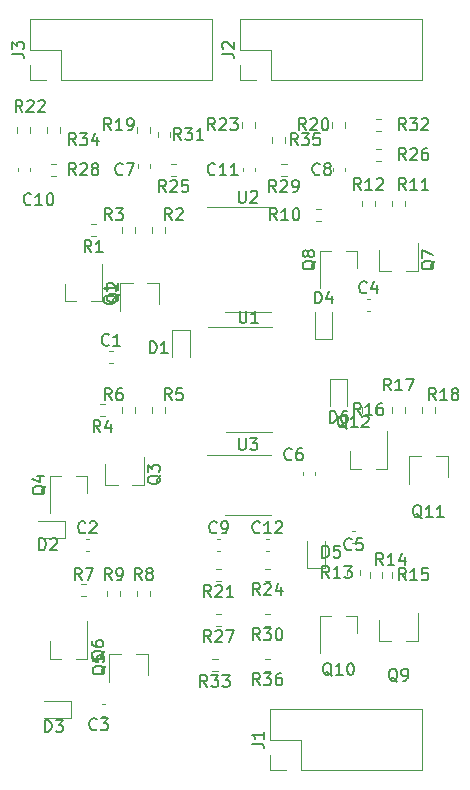
<source format=gto>
%TF.GenerationSoftware,KiCad,Pcbnew,5.1.10-88a1d61d58~90~ubuntu20.10.1*%
%TF.CreationDate,2021-11-01T20:20:40-04:00*%
%TF.ProjectId,vco,76636f2e-6b69-4636-9164-5f7063625858,rev?*%
%TF.SameCoordinates,Original*%
%TF.FileFunction,Legend,Top*%
%TF.FilePolarity,Positive*%
%FSLAX46Y46*%
G04 Gerber Fmt 4.6, Leading zero omitted, Abs format (unit mm)*
G04 Created by KiCad (PCBNEW 5.1.10-88a1d61d58~90~ubuntu20.10.1) date 2021-11-01 20:20:40*
%MOMM*%
%LPD*%
G01*
G04 APERTURE LIST*
%ADD10C,0.120000*%
%ADD11C,0.150000*%
G04 APERTURE END LIST*
D10*
%TO.C,U1*%
X152400000Y-101610000D02*
X148950000Y-101610000D01*
X152400000Y-101610000D02*
X154350000Y-101610000D01*
X152400000Y-110480000D02*
X150450000Y-110480000D01*
X152400000Y-110480000D02*
X154350000Y-110480000D01*
%TO.C,U2*%
X152335000Y-91450000D02*
X148885000Y-91450000D01*
X152335000Y-91450000D02*
X154285000Y-91450000D01*
X152335000Y-100320000D02*
X150385000Y-100320000D01*
X152335000Y-100320000D02*
X154285000Y-100320000D01*
%TO.C,Q12*%
X160980000Y-113560000D02*
X160980000Y-112100000D01*
X164140000Y-113560000D02*
X164140000Y-110400000D01*
X164140000Y-113560000D02*
X163210000Y-113560000D01*
X160980000Y-113560000D02*
X161910000Y-113560000D01*
%TO.C,Q11*%
X165990000Y-114860000D02*
X165990000Y-112460000D01*
X165990000Y-112460000D02*
X167040000Y-112460000D01*
X169290000Y-114260000D02*
X169290000Y-112460000D01*
X169290000Y-112460000D02*
X168240000Y-112460000D01*
%TO.C,Q10*%
X161600000Y-126010000D02*
X161600000Y-127470000D01*
X158440000Y-126010000D02*
X158440000Y-129170000D01*
X158440000Y-126010000D02*
X159370000Y-126010000D01*
X161600000Y-126010000D02*
X160670000Y-126010000D01*
%TO.C,Q9*%
X163450000Y-128205000D02*
X164500000Y-128205000D01*
X163450000Y-126405000D02*
X163450000Y-128205000D01*
X166750000Y-128205000D02*
X165700000Y-128205000D01*
X166750000Y-125805000D02*
X166750000Y-128205000D01*
%TO.C,Q8*%
X161600000Y-95125000D02*
X161600000Y-96585000D01*
X158440000Y-95125000D02*
X158440000Y-98285000D01*
X158440000Y-95125000D02*
X159370000Y-95125000D01*
X161600000Y-95125000D02*
X160670000Y-95125000D01*
%TO.C,Q7*%
X163450000Y-96835000D02*
X164500000Y-96835000D01*
X163450000Y-95035000D02*
X163450000Y-96835000D01*
X166750000Y-96835000D02*
X165700000Y-96835000D01*
X166750000Y-94435000D02*
X166750000Y-96835000D01*
%TO.C,Q6*%
X135580000Y-129665000D02*
X135580000Y-128205000D01*
X138740000Y-129665000D02*
X138740000Y-126505000D01*
X138740000Y-129665000D02*
X137810000Y-129665000D01*
X135580000Y-129665000D02*
X136510000Y-129665000D01*
%TO.C,Q5*%
X143890000Y-129225000D02*
X142840000Y-129225000D01*
X143890000Y-131025000D02*
X143890000Y-129225000D01*
X140590000Y-129225000D02*
X141640000Y-129225000D01*
X140590000Y-131625000D02*
X140590000Y-129225000D01*
%TO.C,Q4*%
X138740000Y-114175000D02*
X138740000Y-115635000D01*
X135580000Y-114175000D02*
X135580000Y-117335000D01*
X135580000Y-114175000D02*
X136510000Y-114175000D01*
X138740000Y-114175000D02*
X137810000Y-114175000D01*
%TO.C,Q3*%
X140270000Y-114995000D02*
X141320000Y-114995000D01*
X140270000Y-113195000D02*
X140270000Y-114995000D01*
X143570000Y-114995000D02*
X142520000Y-114995000D01*
X143570000Y-112595000D02*
X143570000Y-114995000D01*
%TO.C,Q2*%
X136850000Y-99415000D02*
X136850000Y-97955000D01*
X140010000Y-99415000D02*
X140010000Y-96255000D01*
X140010000Y-99415000D02*
X139080000Y-99415000D01*
X136850000Y-99415000D02*
X137780000Y-99415000D01*
%TO.C,Q1*%
X144840000Y-97855000D02*
X143790000Y-97855000D01*
X144840000Y-99655000D02*
X144840000Y-97855000D01*
X141540000Y-97855000D02*
X142590000Y-97855000D01*
X141540000Y-100255000D02*
X141540000Y-97855000D01*
%TO.C,D6*%
X159285000Y-105982500D02*
X159285000Y-108267500D01*
X160755000Y-105982500D02*
X159285000Y-105982500D01*
X160755000Y-108267500D02*
X160755000Y-105982500D01*
%TO.C,D5*%
X158850000Y-121982500D02*
X158850000Y-119697500D01*
X157380000Y-121982500D02*
X158850000Y-121982500D01*
X157380000Y-119697500D02*
X157380000Y-121982500D01*
%TO.C,D4*%
X159485000Y-102602500D02*
X159485000Y-100317500D01*
X158015000Y-102602500D02*
X159485000Y-102602500D01*
X158015000Y-100317500D02*
X158015000Y-102602500D01*
%TO.C,D3*%
X137375000Y-133250000D02*
X135090000Y-133250000D01*
X137375000Y-134720000D02*
X137375000Y-133250000D01*
X135090000Y-134720000D02*
X137375000Y-134720000D01*
%TO.C,D2*%
X136892500Y-118010000D02*
X134607500Y-118010000D01*
X136892500Y-119480000D02*
X136892500Y-118010000D01*
X134607500Y-119480000D02*
X136892500Y-119480000D01*
%TO.C,D1*%
X145950000Y-101867500D02*
X145950000Y-104152500D01*
X147420000Y-101867500D02*
X145950000Y-101867500D01*
X147420000Y-104152500D02*
X147420000Y-101867500D01*
%TO.C,C1*%
X140596233Y-104650000D02*
X140888767Y-104650000D01*
X140596233Y-103630000D02*
X140888767Y-103630000D01*
%TO.C,C2*%
X138603733Y-120525000D02*
X138896267Y-120525000D01*
X138603733Y-119505000D02*
X138896267Y-119505000D01*
%TO.C,C3*%
X139961233Y-134495000D02*
X140253767Y-134495000D01*
X139961233Y-133475000D02*
X140253767Y-133475000D01*
%TO.C,C4*%
X162413733Y-100205000D02*
X162706267Y-100205000D01*
X162413733Y-99185000D02*
X162706267Y-99185000D01*
%TO.C,C5*%
X161143733Y-119890000D02*
X161436267Y-119890000D01*
X161143733Y-118870000D02*
X161436267Y-118870000D01*
%TO.C,C6*%
X157990000Y-114131267D02*
X157990000Y-113838733D01*
X156970000Y-114131267D02*
X156970000Y-113838733D01*
%TO.C,C7*%
X144020000Y-88085580D02*
X144020000Y-87804420D01*
X143000000Y-88085580D02*
X143000000Y-87804420D01*
%TO.C,C8*%
X160530000Y-88405580D02*
X160530000Y-88124420D01*
X159510000Y-88405580D02*
X159510000Y-88124420D01*
%TO.C,C9*%
X149719420Y-120525000D02*
X150000580Y-120525000D01*
X149719420Y-119505000D02*
X150000580Y-119505000D01*
%TO.C,C10*%
X133860000Y-88405580D02*
X133860000Y-88124420D01*
X132840000Y-88405580D02*
X132840000Y-88124420D01*
%TO.C,C11*%
X152910000Y-88405580D02*
X152910000Y-88124420D01*
X151890000Y-88405580D02*
X151890000Y-88124420D01*
%TO.C,C12*%
X153849420Y-120525000D02*
X154130580Y-120525000D01*
X153849420Y-119505000D02*
X154130580Y-119505000D01*
%TO.C,R1*%
X139492258Y-92822500D02*
X139017742Y-92822500D01*
X139492258Y-93867500D02*
X139017742Y-93867500D01*
%TO.C,R2*%
X144257500Y-93107742D02*
X144257500Y-93582258D01*
X145302500Y-93107742D02*
X145302500Y-93582258D01*
%TO.C,R3*%
X142762500Y-93582258D02*
X142762500Y-93107742D01*
X141717500Y-93582258D02*
X141717500Y-93107742D01*
%TO.C,R4*%
X140257258Y-108062500D02*
X139782742Y-108062500D01*
X140257258Y-109107500D02*
X139782742Y-109107500D01*
%TO.C,R5*%
X144257500Y-108347742D02*
X144257500Y-108822258D01*
X145302500Y-108347742D02*
X145302500Y-108822258D01*
%TO.C,R6*%
X142762500Y-108822258D02*
X142762500Y-108347742D01*
X141717500Y-108822258D02*
X141717500Y-108347742D01*
%TO.C,R7*%
X138667258Y-123302500D02*
X138192742Y-123302500D01*
X138667258Y-124347500D02*
X138192742Y-124347500D01*
%TO.C,R8*%
X142987500Y-123907742D02*
X142987500Y-124382258D01*
X144032500Y-123907742D02*
X144032500Y-124382258D01*
%TO.C,R9*%
X141492500Y-124382258D02*
X141492500Y-123907742D01*
X140447500Y-124382258D02*
X140447500Y-123907742D01*
%TO.C,R10*%
X158542258Y-91552500D02*
X158067742Y-91552500D01*
X158542258Y-92597500D02*
X158067742Y-92597500D01*
%TO.C,R11*%
X164577500Y-90887742D02*
X164577500Y-91362258D01*
X165622500Y-90887742D02*
X165622500Y-91362258D01*
%TO.C,R12*%
X163082500Y-91362258D02*
X163082500Y-90887742D01*
X162037500Y-91362258D02*
X162037500Y-90887742D01*
%TO.C,R13*%
X161812500Y-122602258D02*
X161812500Y-122127742D01*
X160767500Y-122602258D02*
X160767500Y-122127742D01*
%TO.C,R14*%
X162647500Y-122317742D02*
X162647500Y-122792258D01*
X163692500Y-122317742D02*
X163692500Y-122792258D01*
%TO.C,R15*%
X165622500Y-122792258D02*
X165622500Y-122317742D01*
X164577500Y-122792258D02*
X164577500Y-122317742D01*
%TO.C,R16*%
X163082500Y-108822258D02*
X163082500Y-108347742D01*
X162037500Y-108822258D02*
X162037500Y-108347742D01*
%TO.C,R17*%
X164577500Y-108347742D02*
X164577500Y-108822258D01*
X165622500Y-108347742D02*
X165622500Y-108822258D01*
%TO.C,R18*%
X168162500Y-108822258D02*
X168162500Y-108347742D01*
X167117500Y-108822258D02*
X167117500Y-108347742D01*
%TO.C,R19*%
X144032500Y-85137258D02*
X144032500Y-84662742D01*
X142987500Y-85137258D02*
X142987500Y-84662742D01*
%TO.C,R20*%
X160542500Y-84692258D02*
X160542500Y-84217742D01*
X159497500Y-84692258D02*
X159497500Y-84217742D01*
%TO.C,R21*%
X150097258Y-122032500D02*
X149622742Y-122032500D01*
X150097258Y-123077500D02*
X149622742Y-123077500D01*
%TO.C,R22*%
X133872500Y-85137258D02*
X133872500Y-84662742D01*
X132827500Y-85137258D02*
X132827500Y-84662742D01*
%TO.C,R23*%
X152922500Y-84692258D02*
X152922500Y-84217742D01*
X151877500Y-84692258D02*
X151877500Y-84217742D01*
%TO.C,R24*%
X153752742Y-123077500D02*
X154227258Y-123077500D01*
X153752742Y-122032500D02*
X154227258Y-122032500D01*
%TO.C,R25*%
X146287258Y-87742500D02*
X145812742Y-87742500D01*
X146287258Y-88787500D02*
X145812742Y-88787500D01*
%TO.C,R26*%
X163622258Y-86472500D02*
X163147742Y-86472500D01*
X163622258Y-87517500D02*
X163147742Y-87517500D01*
%TO.C,R27*%
X150097258Y-125842500D02*
X149622742Y-125842500D01*
X150097258Y-126887500D02*
X149622742Y-126887500D01*
%TO.C,R28*%
X136127258Y-87742500D02*
X135652742Y-87742500D01*
X136127258Y-88787500D02*
X135652742Y-88787500D01*
%TO.C,R29*%
X155622258Y-87742500D02*
X155147742Y-87742500D01*
X155622258Y-88787500D02*
X155147742Y-88787500D01*
%TO.C,R30*%
X153752742Y-126887500D02*
X154227258Y-126887500D01*
X153752742Y-125842500D02*
X154227258Y-125842500D01*
%TO.C,R31*%
X145747500Y-85517258D02*
X145747500Y-85042742D01*
X144702500Y-85517258D02*
X144702500Y-85042742D01*
%TO.C,R32*%
X163622258Y-83932500D02*
X163147742Y-83932500D01*
X163622258Y-84977500D02*
X163147742Y-84977500D01*
%TO.C,R33*%
X149777258Y-129652500D02*
X149302742Y-129652500D01*
X149777258Y-130697500D02*
X149302742Y-130697500D01*
%TO.C,R34*%
X136412500Y-85137258D02*
X136412500Y-84662742D01*
X135367500Y-85137258D02*
X135367500Y-84662742D01*
%TO.C,R35*%
X155462500Y-85962258D02*
X155462500Y-85487742D01*
X154417500Y-85962258D02*
X154417500Y-85487742D01*
%TO.C,R36*%
X153752742Y-130697500D02*
X154227258Y-130697500D01*
X153752742Y-129652500D02*
X154227258Y-129652500D01*
%TO.C,U3*%
X152335000Y-112375000D02*
X148885000Y-112375000D01*
X152335000Y-112375000D02*
X154285000Y-112375000D01*
X152335000Y-117495000D02*
X150385000Y-117495000D01*
X152335000Y-117495000D02*
X154285000Y-117495000D01*
%TO.C,J1*%
X154245000Y-139125000D02*
X154245000Y-137795000D01*
X155575000Y-139125000D02*
X154245000Y-139125000D01*
X154245000Y-136525000D02*
X154245000Y-133925000D01*
X156845000Y-136525000D02*
X154245000Y-136525000D01*
X156845000Y-139125000D02*
X156845000Y-136525000D01*
X154245000Y-133925000D02*
X167065000Y-133925000D01*
X156845000Y-139125000D02*
X167065000Y-139125000D01*
X167065000Y-139125000D02*
X167065000Y-133925000D01*
%TO.C,J2*%
X151705000Y-80705000D02*
X151705000Y-79375000D01*
X153035000Y-80705000D02*
X151705000Y-80705000D01*
X151705000Y-78105000D02*
X151705000Y-75505000D01*
X154305000Y-78105000D02*
X151705000Y-78105000D01*
X154305000Y-80705000D02*
X154305000Y-78105000D01*
X151705000Y-75505000D02*
X167065000Y-75505000D01*
X154305000Y-80705000D02*
X167065000Y-80705000D01*
X167065000Y-80705000D02*
X167065000Y-75505000D01*
%TO.C,J3*%
X133925000Y-80705000D02*
X133925000Y-79375000D01*
X135255000Y-80705000D02*
X133925000Y-80705000D01*
X133925000Y-78105000D02*
X133925000Y-75505000D01*
X136525000Y-78105000D02*
X133925000Y-78105000D01*
X136525000Y-80705000D02*
X136525000Y-78105000D01*
X133925000Y-75505000D02*
X149285000Y-75505000D01*
X136525000Y-80705000D02*
X149285000Y-80705000D01*
X149285000Y-80705000D02*
X149285000Y-75505000D01*
%TO.C,U1*%
D11*
X151638095Y-100217380D02*
X151638095Y-101026904D01*
X151685714Y-101122142D01*
X151733333Y-101169761D01*
X151828571Y-101217380D01*
X152019047Y-101217380D01*
X152114285Y-101169761D01*
X152161904Y-101122142D01*
X152209523Y-101026904D01*
X152209523Y-100217380D01*
X153209523Y-101217380D02*
X152638095Y-101217380D01*
X152923809Y-101217380D02*
X152923809Y-100217380D01*
X152828571Y-100360238D01*
X152733333Y-100455476D01*
X152638095Y-100503095D01*
%TO.C,U2*%
X151573095Y-90057380D02*
X151573095Y-90866904D01*
X151620714Y-90962142D01*
X151668333Y-91009761D01*
X151763571Y-91057380D01*
X151954047Y-91057380D01*
X152049285Y-91009761D01*
X152096904Y-90962142D01*
X152144523Y-90866904D01*
X152144523Y-90057380D01*
X152573095Y-90152619D02*
X152620714Y-90105000D01*
X152715952Y-90057380D01*
X152954047Y-90057380D01*
X153049285Y-90105000D01*
X153096904Y-90152619D01*
X153144523Y-90247857D01*
X153144523Y-90343095D01*
X153096904Y-90485952D01*
X152525476Y-91057380D01*
X153144523Y-91057380D01*
%TO.C,Q12*%
X160718571Y-110172619D02*
X160623333Y-110125000D01*
X160528095Y-110029761D01*
X160385238Y-109886904D01*
X160290000Y-109839285D01*
X160194761Y-109839285D01*
X160242380Y-110077380D02*
X160147142Y-110029761D01*
X160051904Y-109934523D01*
X160004285Y-109744047D01*
X160004285Y-109410714D01*
X160051904Y-109220238D01*
X160147142Y-109125000D01*
X160242380Y-109077380D01*
X160432857Y-109077380D01*
X160528095Y-109125000D01*
X160623333Y-109220238D01*
X160670952Y-109410714D01*
X160670952Y-109744047D01*
X160623333Y-109934523D01*
X160528095Y-110029761D01*
X160432857Y-110077380D01*
X160242380Y-110077380D01*
X161623333Y-110077380D02*
X161051904Y-110077380D01*
X161337619Y-110077380D02*
X161337619Y-109077380D01*
X161242380Y-109220238D01*
X161147142Y-109315476D01*
X161051904Y-109363095D01*
X162004285Y-109172619D02*
X162051904Y-109125000D01*
X162147142Y-109077380D01*
X162385238Y-109077380D01*
X162480476Y-109125000D01*
X162528095Y-109172619D01*
X162575714Y-109267857D01*
X162575714Y-109363095D01*
X162528095Y-109505952D01*
X161956666Y-110077380D01*
X162575714Y-110077380D01*
%TO.C,Q11*%
X167068571Y-117767619D02*
X166973333Y-117720000D01*
X166878095Y-117624761D01*
X166735238Y-117481904D01*
X166640000Y-117434285D01*
X166544761Y-117434285D01*
X166592380Y-117672380D02*
X166497142Y-117624761D01*
X166401904Y-117529523D01*
X166354285Y-117339047D01*
X166354285Y-117005714D01*
X166401904Y-116815238D01*
X166497142Y-116720000D01*
X166592380Y-116672380D01*
X166782857Y-116672380D01*
X166878095Y-116720000D01*
X166973333Y-116815238D01*
X167020952Y-117005714D01*
X167020952Y-117339047D01*
X166973333Y-117529523D01*
X166878095Y-117624761D01*
X166782857Y-117672380D01*
X166592380Y-117672380D01*
X167973333Y-117672380D02*
X167401904Y-117672380D01*
X167687619Y-117672380D02*
X167687619Y-116672380D01*
X167592380Y-116815238D01*
X167497142Y-116910476D01*
X167401904Y-116958095D01*
X168925714Y-117672380D02*
X168354285Y-117672380D01*
X168640000Y-117672380D02*
X168640000Y-116672380D01*
X168544761Y-116815238D01*
X168449523Y-116910476D01*
X168354285Y-116958095D01*
%TO.C,Q10*%
X159448571Y-131127619D02*
X159353333Y-131080000D01*
X159258095Y-130984761D01*
X159115238Y-130841904D01*
X159020000Y-130794285D01*
X158924761Y-130794285D01*
X158972380Y-131032380D02*
X158877142Y-130984761D01*
X158781904Y-130889523D01*
X158734285Y-130699047D01*
X158734285Y-130365714D01*
X158781904Y-130175238D01*
X158877142Y-130080000D01*
X158972380Y-130032380D01*
X159162857Y-130032380D01*
X159258095Y-130080000D01*
X159353333Y-130175238D01*
X159400952Y-130365714D01*
X159400952Y-130699047D01*
X159353333Y-130889523D01*
X159258095Y-130984761D01*
X159162857Y-131032380D01*
X158972380Y-131032380D01*
X160353333Y-131032380D02*
X159781904Y-131032380D01*
X160067619Y-131032380D02*
X160067619Y-130032380D01*
X159972380Y-130175238D01*
X159877142Y-130270476D01*
X159781904Y-130318095D01*
X160972380Y-130032380D02*
X161067619Y-130032380D01*
X161162857Y-130080000D01*
X161210476Y-130127619D01*
X161258095Y-130222857D01*
X161305714Y-130413333D01*
X161305714Y-130651428D01*
X161258095Y-130841904D01*
X161210476Y-130937142D01*
X161162857Y-130984761D01*
X161067619Y-131032380D01*
X160972380Y-131032380D01*
X160877142Y-130984761D01*
X160829523Y-130937142D01*
X160781904Y-130841904D01*
X160734285Y-130651428D01*
X160734285Y-130413333D01*
X160781904Y-130222857D01*
X160829523Y-130127619D01*
X160877142Y-130080000D01*
X160972380Y-130032380D01*
%TO.C,Q9*%
X165004761Y-131612619D02*
X164909523Y-131565000D01*
X164814285Y-131469761D01*
X164671428Y-131326904D01*
X164576190Y-131279285D01*
X164480952Y-131279285D01*
X164528571Y-131517380D02*
X164433333Y-131469761D01*
X164338095Y-131374523D01*
X164290476Y-131184047D01*
X164290476Y-130850714D01*
X164338095Y-130660238D01*
X164433333Y-130565000D01*
X164528571Y-130517380D01*
X164719047Y-130517380D01*
X164814285Y-130565000D01*
X164909523Y-130660238D01*
X164957142Y-130850714D01*
X164957142Y-131184047D01*
X164909523Y-131374523D01*
X164814285Y-131469761D01*
X164719047Y-131517380D01*
X164528571Y-131517380D01*
X165433333Y-131517380D02*
X165623809Y-131517380D01*
X165719047Y-131469761D01*
X165766666Y-131422142D01*
X165861904Y-131279285D01*
X165909523Y-131088809D01*
X165909523Y-130707857D01*
X165861904Y-130612619D01*
X165814285Y-130565000D01*
X165719047Y-130517380D01*
X165528571Y-130517380D01*
X165433333Y-130565000D01*
X165385714Y-130612619D01*
X165338095Y-130707857D01*
X165338095Y-130945952D01*
X165385714Y-131041190D01*
X165433333Y-131088809D01*
X165528571Y-131136428D01*
X165719047Y-131136428D01*
X165814285Y-131088809D01*
X165861904Y-131041190D01*
X165909523Y-130945952D01*
%TO.C,Q8*%
X158067619Y-95980238D02*
X158020000Y-96075476D01*
X157924761Y-96170714D01*
X157781904Y-96313571D01*
X157734285Y-96408809D01*
X157734285Y-96504047D01*
X157972380Y-96456428D02*
X157924761Y-96551666D01*
X157829523Y-96646904D01*
X157639047Y-96694523D01*
X157305714Y-96694523D01*
X157115238Y-96646904D01*
X157020000Y-96551666D01*
X156972380Y-96456428D01*
X156972380Y-96265952D01*
X157020000Y-96170714D01*
X157115238Y-96075476D01*
X157305714Y-96027857D01*
X157639047Y-96027857D01*
X157829523Y-96075476D01*
X157924761Y-96170714D01*
X157972380Y-96265952D01*
X157972380Y-96456428D01*
X157400952Y-95456428D02*
X157353333Y-95551666D01*
X157305714Y-95599285D01*
X157210476Y-95646904D01*
X157162857Y-95646904D01*
X157067619Y-95599285D01*
X157020000Y-95551666D01*
X156972380Y-95456428D01*
X156972380Y-95265952D01*
X157020000Y-95170714D01*
X157067619Y-95123095D01*
X157162857Y-95075476D01*
X157210476Y-95075476D01*
X157305714Y-95123095D01*
X157353333Y-95170714D01*
X157400952Y-95265952D01*
X157400952Y-95456428D01*
X157448571Y-95551666D01*
X157496190Y-95599285D01*
X157591428Y-95646904D01*
X157781904Y-95646904D01*
X157877142Y-95599285D01*
X157924761Y-95551666D01*
X157972380Y-95456428D01*
X157972380Y-95265952D01*
X157924761Y-95170714D01*
X157877142Y-95123095D01*
X157781904Y-95075476D01*
X157591428Y-95075476D01*
X157496190Y-95123095D01*
X157448571Y-95170714D01*
X157400952Y-95265952D01*
%TO.C,Q7*%
X168147619Y-95980238D02*
X168100000Y-96075476D01*
X168004761Y-96170714D01*
X167861904Y-96313571D01*
X167814285Y-96408809D01*
X167814285Y-96504047D01*
X168052380Y-96456428D02*
X168004761Y-96551666D01*
X167909523Y-96646904D01*
X167719047Y-96694523D01*
X167385714Y-96694523D01*
X167195238Y-96646904D01*
X167100000Y-96551666D01*
X167052380Y-96456428D01*
X167052380Y-96265952D01*
X167100000Y-96170714D01*
X167195238Y-96075476D01*
X167385714Y-96027857D01*
X167719047Y-96027857D01*
X167909523Y-96075476D01*
X168004761Y-96170714D01*
X168052380Y-96265952D01*
X168052380Y-96456428D01*
X167052380Y-95694523D02*
X167052380Y-95027857D01*
X168052380Y-95456428D01*
%TO.C,Q6*%
X140207619Y-129000238D02*
X140160000Y-129095476D01*
X140064761Y-129190714D01*
X139921904Y-129333571D01*
X139874285Y-129428809D01*
X139874285Y-129524047D01*
X140112380Y-129476428D02*
X140064761Y-129571666D01*
X139969523Y-129666904D01*
X139779047Y-129714523D01*
X139445714Y-129714523D01*
X139255238Y-129666904D01*
X139160000Y-129571666D01*
X139112380Y-129476428D01*
X139112380Y-129285952D01*
X139160000Y-129190714D01*
X139255238Y-129095476D01*
X139445714Y-129047857D01*
X139779047Y-129047857D01*
X139969523Y-129095476D01*
X140064761Y-129190714D01*
X140112380Y-129285952D01*
X140112380Y-129476428D01*
X139112380Y-128190714D02*
X139112380Y-128381190D01*
X139160000Y-128476428D01*
X139207619Y-128524047D01*
X139350476Y-128619285D01*
X139540952Y-128666904D01*
X139921904Y-128666904D01*
X140017142Y-128619285D01*
X140064761Y-128571666D01*
X140112380Y-128476428D01*
X140112380Y-128285952D01*
X140064761Y-128190714D01*
X140017142Y-128143095D01*
X139921904Y-128095476D01*
X139683809Y-128095476D01*
X139588571Y-128143095D01*
X139540952Y-128190714D01*
X139493333Y-128285952D01*
X139493333Y-128476428D01*
X139540952Y-128571666D01*
X139588571Y-128619285D01*
X139683809Y-128666904D01*
%TO.C,Q5*%
X140287619Y-130270238D02*
X140240000Y-130365476D01*
X140144761Y-130460714D01*
X140001904Y-130603571D01*
X139954285Y-130698809D01*
X139954285Y-130794047D01*
X140192380Y-130746428D02*
X140144761Y-130841666D01*
X140049523Y-130936904D01*
X139859047Y-130984523D01*
X139525714Y-130984523D01*
X139335238Y-130936904D01*
X139240000Y-130841666D01*
X139192380Y-130746428D01*
X139192380Y-130555952D01*
X139240000Y-130460714D01*
X139335238Y-130365476D01*
X139525714Y-130317857D01*
X139859047Y-130317857D01*
X140049523Y-130365476D01*
X140144761Y-130460714D01*
X140192380Y-130555952D01*
X140192380Y-130746428D01*
X139192380Y-129413095D02*
X139192380Y-129889285D01*
X139668571Y-129936904D01*
X139620952Y-129889285D01*
X139573333Y-129794047D01*
X139573333Y-129555952D01*
X139620952Y-129460714D01*
X139668571Y-129413095D01*
X139763809Y-129365476D01*
X140001904Y-129365476D01*
X140097142Y-129413095D01*
X140144761Y-129460714D01*
X140192380Y-129555952D01*
X140192380Y-129794047D01*
X140144761Y-129889285D01*
X140097142Y-129936904D01*
%TO.C,Q4*%
X135207619Y-115030238D02*
X135160000Y-115125476D01*
X135064761Y-115220714D01*
X134921904Y-115363571D01*
X134874285Y-115458809D01*
X134874285Y-115554047D01*
X135112380Y-115506428D02*
X135064761Y-115601666D01*
X134969523Y-115696904D01*
X134779047Y-115744523D01*
X134445714Y-115744523D01*
X134255238Y-115696904D01*
X134160000Y-115601666D01*
X134112380Y-115506428D01*
X134112380Y-115315952D01*
X134160000Y-115220714D01*
X134255238Y-115125476D01*
X134445714Y-115077857D01*
X134779047Y-115077857D01*
X134969523Y-115125476D01*
X135064761Y-115220714D01*
X135112380Y-115315952D01*
X135112380Y-115506428D01*
X134445714Y-114220714D02*
X135112380Y-114220714D01*
X134064761Y-114458809D02*
X134779047Y-114696904D01*
X134779047Y-114077857D01*
%TO.C,Q3*%
X144967619Y-114140238D02*
X144920000Y-114235476D01*
X144824761Y-114330714D01*
X144681904Y-114473571D01*
X144634285Y-114568809D01*
X144634285Y-114664047D01*
X144872380Y-114616428D02*
X144824761Y-114711666D01*
X144729523Y-114806904D01*
X144539047Y-114854523D01*
X144205714Y-114854523D01*
X144015238Y-114806904D01*
X143920000Y-114711666D01*
X143872380Y-114616428D01*
X143872380Y-114425952D01*
X143920000Y-114330714D01*
X144015238Y-114235476D01*
X144205714Y-114187857D01*
X144539047Y-114187857D01*
X144729523Y-114235476D01*
X144824761Y-114330714D01*
X144872380Y-114425952D01*
X144872380Y-114616428D01*
X143872380Y-113854523D02*
X143872380Y-113235476D01*
X144253333Y-113568809D01*
X144253333Y-113425952D01*
X144300952Y-113330714D01*
X144348571Y-113283095D01*
X144443809Y-113235476D01*
X144681904Y-113235476D01*
X144777142Y-113283095D01*
X144824761Y-113330714D01*
X144872380Y-113425952D01*
X144872380Y-113711666D01*
X144824761Y-113806904D01*
X144777142Y-113854523D01*
%TO.C,Q2*%
X141477619Y-98750238D02*
X141430000Y-98845476D01*
X141334761Y-98940714D01*
X141191904Y-99083571D01*
X141144285Y-99178809D01*
X141144285Y-99274047D01*
X141382380Y-99226428D02*
X141334761Y-99321666D01*
X141239523Y-99416904D01*
X141049047Y-99464523D01*
X140715714Y-99464523D01*
X140525238Y-99416904D01*
X140430000Y-99321666D01*
X140382380Y-99226428D01*
X140382380Y-99035952D01*
X140430000Y-98940714D01*
X140525238Y-98845476D01*
X140715714Y-98797857D01*
X141049047Y-98797857D01*
X141239523Y-98845476D01*
X141334761Y-98940714D01*
X141382380Y-99035952D01*
X141382380Y-99226428D01*
X140477619Y-98416904D02*
X140430000Y-98369285D01*
X140382380Y-98274047D01*
X140382380Y-98035952D01*
X140430000Y-97940714D01*
X140477619Y-97893095D01*
X140572857Y-97845476D01*
X140668095Y-97845476D01*
X140810952Y-97893095D01*
X141382380Y-98464523D01*
X141382380Y-97845476D01*
%TO.C,Q1*%
X141237619Y-98900238D02*
X141190000Y-98995476D01*
X141094761Y-99090714D01*
X140951904Y-99233571D01*
X140904285Y-99328809D01*
X140904285Y-99424047D01*
X141142380Y-99376428D02*
X141094761Y-99471666D01*
X140999523Y-99566904D01*
X140809047Y-99614523D01*
X140475714Y-99614523D01*
X140285238Y-99566904D01*
X140190000Y-99471666D01*
X140142380Y-99376428D01*
X140142380Y-99185952D01*
X140190000Y-99090714D01*
X140285238Y-98995476D01*
X140475714Y-98947857D01*
X140809047Y-98947857D01*
X140999523Y-98995476D01*
X141094761Y-99090714D01*
X141142380Y-99185952D01*
X141142380Y-99376428D01*
X141142380Y-97995476D02*
X141142380Y-98566904D01*
X141142380Y-98281190D02*
X140142380Y-98281190D01*
X140285238Y-98376428D01*
X140380476Y-98471666D01*
X140428095Y-98566904D01*
%TO.C,D6*%
X159281904Y-109672380D02*
X159281904Y-108672380D01*
X159520000Y-108672380D01*
X159662857Y-108720000D01*
X159758095Y-108815238D01*
X159805714Y-108910476D01*
X159853333Y-109100952D01*
X159853333Y-109243809D01*
X159805714Y-109434285D01*
X159758095Y-109529523D01*
X159662857Y-109624761D01*
X159520000Y-109672380D01*
X159281904Y-109672380D01*
X160710476Y-108672380D02*
X160520000Y-108672380D01*
X160424761Y-108720000D01*
X160377142Y-108767619D01*
X160281904Y-108910476D01*
X160234285Y-109100952D01*
X160234285Y-109481904D01*
X160281904Y-109577142D01*
X160329523Y-109624761D01*
X160424761Y-109672380D01*
X160615238Y-109672380D01*
X160710476Y-109624761D01*
X160758095Y-109577142D01*
X160805714Y-109481904D01*
X160805714Y-109243809D01*
X160758095Y-109148571D01*
X160710476Y-109100952D01*
X160615238Y-109053333D01*
X160424761Y-109053333D01*
X160329523Y-109100952D01*
X160281904Y-109148571D01*
X160234285Y-109243809D01*
%TO.C,D5*%
X158646904Y-121102380D02*
X158646904Y-120102380D01*
X158885000Y-120102380D01*
X159027857Y-120150000D01*
X159123095Y-120245238D01*
X159170714Y-120340476D01*
X159218333Y-120530952D01*
X159218333Y-120673809D01*
X159170714Y-120864285D01*
X159123095Y-120959523D01*
X159027857Y-121054761D01*
X158885000Y-121102380D01*
X158646904Y-121102380D01*
X160123095Y-120102380D02*
X159646904Y-120102380D01*
X159599285Y-120578571D01*
X159646904Y-120530952D01*
X159742142Y-120483333D01*
X159980238Y-120483333D01*
X160075476Y-120530952D01*
X160123095Y-120578571D01*
X160170714Y-120673809D01*
X160170714Y-120911904D01*
X160123095Y-121007142D01*
X160075476Y-121054761D01*
X159980238Y-121102380D01*
X159742142Y-121102380D01*
X159646904Y-121054761D01*
X159599285Y-121007142D01*
%TO.C,D4*%
X158011904Y-99579880D02*
X158011904Y-98579880D01*
X158250000Y-98579880D01*
X158392857Y-98627500D01*
X158488095Y-98722738D01*
X158535714Y-98817976D01*
X158583333Y-99008452D01*
X158583333Y-99151309D01*
X158535714Y-99341785D01*
X158488095Y-99437023D01*
X158392857Y-99532261D01*
X158250000Y-99579880D01*
X158011904Y-99579880D01*
X159440476Y-98913214D02*
X159440476Y-99579880D01*
X159202380Y-98532261D02*
X158964285Y-99246547D01*
X159583333Y-99246547D01*
%TO.C,D3*%
X135151904Y-135867380D02*
X135151904Y-134867380D01*
X135390000Y-134867380D01*
X135532857Y-134915000D01*
X135628095Y-135010238D01*
X135675714Y-135105476D01*
X135723333Y-135295952D01*
X135723333Y-135438809D01*
X135675714Y-135629285D01*
X135628095Y-135724523D01*
X135532857Y-135819761D01*
X135390000Y-135867380D01*
X135151904Y-135867380D01*
X136056666Y-134867380D02*
X136675714Y-134867380D01*
X136342380Y-135248333D01*
X136485238Y-135248333D01*
X136580476Y-135295952D01*
X136628095Y-135343571D01*
X136675714Y-135438809D01*
X136675714Y-135676904D01*
X136628095Y-135772142D01*
X136580476Y-135819761D01*
X136485238Y-135867380D01*
X136199523Y-135867380D01*
X136104285Y-135819761D01*
X136056666Y-135772142D01*
%TO.C,D2*%
X134669404Y-120467380D02*
X134669404Y-119467380D01*
X134907500Y-119467380D01*
X135050357Y-119515000D01*
X135145595Y-119610238D01*
X135193214Y-119705476D01*
X135240833Y-119895952D01*
X135240833Y-120038809D01*
X135193214Y-120229285D01*
X135145595Y-120324523D01*
X135050357Y-120419761D01*
X134907500Y-120467380D01*
X134669404Y-120467380D01*
X135621785Y-119562619D02*
X135669404Y-119515000D01*
X135764642Y-119467380D01*
X136002738Y-119467380D01*
X136097976Y-119515000D01*
X136145595Y-119562619D01*
X136193214Y-119657857D01*
X136193214Y-119753095D01*
X136145595Y-119895952D01*
X135574166Y-120467380D01*
X136193214Y-120467380D01*
%TO.C,D1*%
X144041904Y-103804880D02*
X144041904Y-102804880D01*
X144280000Y-102804880D01*
X144422857Y-102852500D01*
X144518095Y-102947738D01*
X144565714Y-103042976D01*
X144613333Y-103233452D01*
X144613333Y-103376309D01*
X144565714Y-103566785D01*
X144518095Y-103662023D01*
X144422857Y-103757261D01*
X144280000Y-103804880D01*
X144041904Y-103804880D01*
X145565714Y-103804880D02*
X144994285Y-103804880D01*
X145280000Y-103804880D02*
X145280000Y-102804880D01*
X145184761Y-102947738D01*
X145089523Y-103042976D01*
X144994285Y-103090595D01*
%TO.C,C1*%
X140575833Y-103067142D02*
X140528214Y-103114761D01*
X140385357Y-103162380D01*
X140290119Y-103162380D01*
X140147261Y-103114761D01*
X140052023Y-103019523D01*
X140004404Y-102924285D01*
X139956785Y-102733809D01*
X139956785Y-102590952D01*
X140004404Y-102400476D01*
X140052023Y-102305238D01*
X140147261Y-102210000D01*
X140290119Y-102162380D01*
X140385357Y-102162380D01*
X140528214Y-102210000D01*
X140575833Y-102257619D01*
X141528214Y-103162380D02*
X140956785Y-103162380D01*
X141242500Y-103162380D02*
X141242500Y-102162380D01*
X141147261Y-102305238D01*
X141052023Y-102400476D01*
X140956785Y-102448095D01*
%TO.C,C2*%
X138583333Y-118942142D02*
X138535714Y-118989761D01*
X138392857Y-119037380D01*
X138297619Y-119037380D01*
X138154761Y-118989761D01*
X138059523Y-118894523D01*
X138011904Y-118799285D01*
X137964285Y-118608809D01*
X137964285Y-118465952D01*
X138011904Y-118275476D01*
X138059523Y-118180238D01*
X138154761Y-118085000D01*
X138297619Y-118037380D01*
X138392857Y-118037380D01*
X138535714Y-118085000D01*
X138583333Y-118132619D01*
X138964285Y-118132619D02*
X139011904Y-118085000D01*
X139107142Y-118037380D01*
X139345238Y-118037380D01*
X139440476Y-118085000D01*
X139488095Y-118132619D01*
X139535714Y-118227857D01*
X139535714Y-118323095D01*
X139488095Y-118465952D01*
X138916666Y-119037380D01*
X139535714Y-119037380D01*
%TO.C,C3*%
X139533333Y-135612142D02*
X139485714Y-135659761D01*
X139342857Y-135707380D01*
X139247619Y-135707380D01*
X139104761Y-135659761D01*
X139009523Y-135564523D01*
X138961904Y-135469285D01*
X138914285Y-135278809D01*
X138914285Y-135135952D01*
X138961904Y-134945476D01*
X139009523Y-134850238D01*
X139104761Y-134755000D01*
X139247619Y-134707380D01*
X139342857Y-134707380D01*
X139485714Y-134755000D01*
X139533333Y-134802619D01*
X139866666Y-134707380D02*
X140485714Y-134707380D01*
X140152380Y-135088333D01*
X140295238Y-135088333D01*
X140390476Y-135135952D01*
X140438095Y-135183571D01*
X140485714Y-135278809D01*
X140485714Y-135516904D01*
X140438095Y-135612142D01*
X140390476Y-135659761D01*
X140295238Y-135707380D01*
X140009523Y-135707380D01*
X139914285Y-135659761D01*
X139866666Y-135612142D01*
%TO.C,C4*%
X162393333Y-98622142D02*
X162345714Y-98669761D01*
X162202857Y-98717380D01*
X162107619Y-98717380D01*
X161964761Y-98669761D01*
X161869523Y-98574523D01*
X161821904Y-98479285D01*
X161774285Y-98288809D01*
X161774285Y-98145952D01*
X161821904Y-97955476D01*
X161869523Y-97860238D01*
X161964761Y-97765000D01*
X162107619Y-97717380D01*
X162202857Y-97717380D01*
X162345714Y-97765000D01*
X162393333Y-97812619D01*
X163250476Y-98050714D02*
X163250476Y-98717380D01*
X163012380Y-97669761D02*
X162774285Y-98384047D01*
X163393333Y-98384047D01*
%TO.C,C5*%
X161123333Y-120372142D02*
X161075714Y-120419761D01*
X160932857Y-120467380D01*
X160837619Y-120467380D01*
X160694761Y-120419761D01*
X160599523Y-120324523D01*
X160551904Y-120229285D01*
X160504285Y-120038809D01*
X160504285Y-119895952D01*
X160551904Y-119705476D01*
X160599523Y-119610238D01*
X160694761Y-119515000D01*
X160837619Y-119467380D01*
X160932857Y-119467380D01*
X161075714Y-119515000D01*
X161123333Y-119562619D01*
X162028095Y-119467380D02*
X161551904Y-119467380D01*
X161504285Y-119943571D01*
X161551904Y-119895952D01*
X161647142Y-119848333D01*
X161885238Y-119848333D01*
X161980476Y-119895952D01*
X162028095Y-119943571D01*
X162075714Y-120038809D01*
X162075714Y-120276904D01*
X162028095Y-120372142D01*
X161980476Y-120419761D01*
X161885238Y-120467380D01*
X161647142Y-120467380D01*
X161551904Y-120419761D01*
X161504285Y-120372142D01*
%TO.C,C6*%
X156043333Y-112757142D02*
X155995714Y-112804761D01*
X155852857Y-112852380D01*
X155757619Y-112852380D01*
X155614761Y-112804761D01*
X155519523Y-112709523D01*
X155471904Y-112614285D01*
X155424285Y-112423809D01*
X155424285Y-112280952D01*
X155471904Y-112090476D01*
X155519523Y-111995238D01*
X155614761Y-111900000D01*
X155757619Y-111852380D01*
X155852857Y-111852380D01*
X155995714Y-111900000D01*
X156043333Y-111947619D01*
X156900476Y-111852380D02*
X156710000Y-111852380D01*
X156614761Y-111900000D01*
X156567142Y-111947619D01*
X156471904Y-112090476D01*
X156424285Y-112280952D01*
X156424285Y-112661904D01*
X156471904Y-112757142D01*
X156519523Y-112804761D01*
X156614761Y-112852380D01*
X156805238Y-112852380D01*
X156900476Y-112804761D01*
X156948095Y-112757142D01*
X156995714Y-112661904D01*
X156995714Y-112423809D01*
X156948095Y-112328571D01*
X156900476Y-112280952D01*
X156805238Y-112233333D01*
X156614761Y-112233333D01*
X156519523Y-112280952D01*
X156471904Y-112328571D01*
X156424285Y-112423809D01*
%TO.C,C7*%
X141733333Y-88622142D02*
X141685714Y-88669761D01*
X141542857Y-88717380D01*
X141447619Y-88717380D01*
X141304761Y-88669761D01*
X141209523Y-88574523D01*
X141161904Y-88479285D01*
X141114285Y-88288809D01*
X141114285Y-88145952D01*
X141161904Y-87955476D01*
X141209523Y-87860238D01*
X141304761Y-87765000D01*
X141447619Y-87717380D01*
X141542857Y-87717380D01*
X141685714Y-87765000D01*
X141733333Y-87812619D01*
X142066666Y-87717380D02*
X142733333Y-87717380D01*
X142304761Y-88717380D01*
%TO.C,C8*%
X158423333Y-88622142D02*
X158375714Y-88669761D01*
X158232857Y-88717380D01*
X158137619Y-88717380D01*
X157994761Y-88669761D01*
X157899523Y-88574523D01*
X157851904Y-88479285D01*
X157804285Y-88288809D01*
X157804285Y-88145952D01*
X157851904Y-87955476D01*
X157899523Y-87860238D01*
X157994761Y-87765000D01*
X158137619Y-87717380D01*
X158232857Y-87717380D01*
X158375714Y-87765000D01*
X158423333Y-87812619D01*
X158994761Y-88145952D02*
X158899523Y-88098333D01*
X158851904Y-88050714D01*
X158804285Y-87955476D01*
X158804285Y-87907857D01*
X158851904Y-87812619D01*
X158899523Y-87765000D01*
X158994761Y-87717380D01*
X159185238Y-87717380D01*
X159280476Y-87765000D01*
X159328095Y-87812619D01*
X159375714Y-87907857D01*
X159375714Y-87955476D01*
X159328095Y-88050714D01*
X159280476Y-88098333D01*
X159185238Y-88145952D01*
X158994761Y-88145952D01*
X158899523Y-88193571D01*
X158851904Y-88241190D01*
X158804285Y-88336428D01*
X158804285Y-88526904D01*
X158851904Y-88622142D01*
X158899523Y-88669761D01*
X158994761Y-88717380D01*
X159185238Y-88717380D01*
X159280476Y-88669761D01*
X159328095Y-88622142D01*
X159375714Y-88526904D01*
X159375714Y-88336428D01*
X159328095Y-88241190D01*
X159280476Y-88193571D01*
X159185238Y-88145952D01*
%TO.C,C9*%
X149693333Y-118942142D02*
X149645714Y-118989761D01*
X149502857Y-119037380D01*
X149407619Y-119037380D01*
X149264761Y-118989761D01*
X149169523Y-118894523D01*
X149121904Y-118799285D01*
X149074285Y-118608809D01*
X149074285Y-118465952D01*
X149121904Y-118275476D01*
X149169523Y-118180238D01*
X149264761Y-118085000D01*
X149407619Y-118037380D01*
X149502857Y-118037380D01*
X149645714Y-118085000D01*
X149693333Y-118132619D01*
X150169523Y-119037380D02*
X150360000Y-119037380D01*
X150455238Y-118989761D01*
X150502857Y-118942142D01*
X150598095Y-118799285D01*
X150645714Y-118608809D01*
X150645714Y-118227857D01*
X150598095Y-118132619D01*
X150550476Y-118085000D01*
X150455238Y-118037380D01*
X150264761Y-118037380D01*
X150169523Y-118085000D01*
X150121904Y-118132619D01*
X150074285Y-118227857D01*
X150074285Y-118465952D01*
X150121904Y-118561190D01*
X150169523Y-118608809D01*
X150264761Y-118656428D01*
X150455238Y-118656428D01*
X150550476Y-118608809D01*
X150598095Y-118561190D01*
X150645714Y-118465952D01*
%TO.C,C10*%
X133977142Y-91162142D02*
X133929523Y-91209761D01*
X133786666Y-91257380D01*
X133691428Y-91257380D01*
X133548571Y-91209761D01*
X133453333Y-91114523D01*
X133405714Y-91019285D01*
X133358095Y-90828809D01*
X133358095Y-90685952D01*
X133405714Y-90495476D01*
X133453333Y-90400238D01*
X133548571Y-90305000D01*
X133691428Y-90257380D01*
X133786666Y-90257380D01*
X133929523Y-90305000D01*
X133977142Y-90352619D01*
X134929523Y-91257380D02*
X134358095Y-91257380D01*
X134643809Y-91257380D02*
X134643809Y-90257380D01*
X134548571Y-90400238D01*
X134453333Y-90495476D01*
X134358095Y-90543095D01*
X135548571Y-90257380D02*
X135643809Y-90257380D01*
X135739047Y-90305000D01*
X135786666Y-90352619D01*
X135834285Y-90447857D01*
X135881904Y-90638333D01*
X135881904Y-90876428D01*
X135834285Y-91066904D01*
X135786666Y-91162142D01*
X135739047Y-91209761D01*
X135643809Y-91257380D01*
X135548571Y-91257380D01*
X135453333Y-91209761D01*
X135405714Y-91162142D01*
X135358095Y-91066904D01*
X135310476Y-90876428D01*
X135310476Y-90638333D01*
X135358095Y-90447857D01*
X135405714Y-90352619D01*
X135453333Y-90305000D01*
X135548571Y-90257380D01*
%TO.C,C11*%
X149557142Y-88622142D02*
X149509523Y-88669761D01*
X149366666Y-88717380D01*
X149271428Y-88717380D01*
X149128571Y-88669761D01*
X149033333Y-88574523D01*
X148985714Y-88479285D01*
X148938095Y-88288809D01*
X148938095Y-88145952D01*
X148985714Y-87955476D01*
X149033333Y-87860238D01*
X149128571Y-87765000D01*
X149271428Y-87717380D01*
X149366666Y-87717380D01*
X149509523Y-87765000D01*
X149557142Y-87812619D01*
X150509523Y-88717380D02*
X149938095Y-88717380D01*
X150223809Y-88717380D02*
X150223809Y-87717380D01*
X150128571Y-87860238D01*
X150033333Y-87955476D01*
X149938095Y-88003095D01*
X151461904Y-88717380D02*
X150890476Y-88717380D01*
X151176190Y-88717380D02*
X151176190Y-87717380D01*
X151080952Y-87860238D01*
X150985714Y-87955476D01*
X150890476Y-88003095D01*
%TO.C,C12*%
X153347142Y-118942142D02*
X153299523Y-118989761D01*
X153156666Y-119037380D01*
X153061428Y-119037380D01*
X152918571Y-118989761D01*
X152823333Y-118894523D01*
X152775714Y-118799285D01*
X152728095Y-118608809D01*
X152728095Y-118465952D01*
X152775714Y-118275476D01*
X152823333Y-118180238D01*
X152918571Y-118085000D01*
X153061428Y-118037380D01*
X153156666Y-118037380D01*
X153299523Y-118085000D01*
X153347142Y-118132619D01*
X154299523Y-119037380D02*
X153728095Y-119037380D01*
X154013809Y-119037380D02*
X154013809Y-118037380D01*
X153918571Y-118180238D01*
X153823333Y-118275476D01*
X153728095Y-118323095D01*
X154680476Y-118132619D02*
X154728095Y-118085000D01*
X154823333Y-118037380D01*
X155061428Y-118037380D01*
X155156666Y-118085000D01*
X155204285Y-118132619D01*
X155251904Y-118227857D01*
X155251904Y-118323095D01*
X155204285Y-118465952D01*
X154632857Y-119037380D01*
X155251904Y-119037380D01*
%TO.C,R1*%
X139088333Y-95227380D02*
X138755000Y-94751190D01*
X138516904Y-95227380D02*
X138516904Y-94227380D01*
X138897857Y-94227380D01*
X138993095Y-94275000D01*
X139040714Y-94322619D01*
X139088333Y-94417857D01*
X139088333Y-94560714D01*
X139040714Y-94655952D01*
X138993095Y-94703571D01*
X138897857Y-94751190D01*
X138516904Y-94751190D01*
X140040714Y-95227380D02*
X139469285Y-95227380D01*
X139755000Y-95227380D02*
X139755000Y-94227380D01*
X139659761Y-94370238D01*
X139564523Y-94465476D01*
X139469285Y-94513095D01*
%TO.C,R2*%
X145883333Y-92527380D02*
X145550000Y-92051190D01*
X145311904Y-92527380D02*
X145311904Y-91527380D01*
X145692857Y-91527380D01*
X145788095Y-91575000D01*
X145835714Y-91622619D01*
X145883333Y-91717857D01*
X145883333Y-91860714D01*
X145835714Y-91955952D01*
X145788095Y-92003571D01*
X145692857Y-92051190D01*
X145311904Y-92051190D01*
X146264285Y-91622619D02*
X146311904Y-91575000D01*
X146407142Y-91527380D01*
X146645238Y-91527380D01*
X146740476Y-91575000D01*
X146788095Y-91622619D01*
X146835714Y-91717857D01*
X146835714Y-91813095D01*
X146788095Y-91955952D01*
X146216666Y-92527380D01*
X146835714Y-92527380D01*
%TO.C,R3*%
X140803333Y-92527380D02*
X140470000Y-92051190D01*
X140231904Y-92527380D02*
X140231904Y-91527380D01*
X140612857Y-91527380D01*
X140708095Y-91575000D01*
X140755714Y-91622619D01*
X140803333Y-91717857D01*
X140803333Y-91860714D01*
X140755714Y-91955952D01*
X140708095Y-92003571D01*
X140612857Y-92051190D01*
X140231904Y-92051190D01*
X141136666Y-91527380D02*
X141755714Y-91527380D01*
X141422380Y-91908333D01*
X141565238Y-91908333D01*
X141660476Y-91955952D01*
X141708095Y-92003571D01*
X141755714Y-92098809D01*
X141755714Y-92336904D01*
X141708095Y-92432142D01*
X141660476Y-92479761D01*
X141565238Y-92527380D01*
X141279523Y-92527380D01*
X141184285Y-92479761D01*
X141136666Y-92432142D01*
%TO.C,R4*%
X139853333Y-110467380D02*
X139520000Y-109991190D01*
X139281904Y-110467380D02*
X139281904Y-109467380D01*
X139662857Y-109467380D01*
X139758095Y-109515000D01*
X139805714Y-109562619D01*
X139853333Y-109657857D01*
X139853333Y-109800714D01*
X139805714Y-109895952D01*
X139758095Y-109943571D01*
X139662857Y-109991190D01*
X139281904Y-109991190D01*
X140710476Y-109800714D02*
X140710476Y-110467380D01*
X140472380Y-109419761D02*
X140234285Y-110134047D01*
X140853333Y-110134047D01*
%TO.C,R5*%
X145883333Y-107767380D02*
X145550000Y-107291190D01*
X145311904Y-107767380D02*
X145311904Y-106767380D01*
X145692857Y-106767380D01*
X145788095Y-106815000D01*
X145835714Y-106862619D01*
X145883333Y-106957857D01*
X145883333Y-107100714D01*
X145835714Y-107195952D01*
X145788095Y-107243571D01*
X145692857Y-107291190D01*
X145311904Y-107291190D01*
X146788095Y-106767380D02*
X146311904Y-106767380D01*
X146264285Y-107243571D01*
X146311904Y-107195952D01*
X146407142Y-107148333D01*
X146645238Y-107148333D01*
X146740476Y-107195952D01*
X146788095Y-107243571D01*
X146835714Y-107338809D01*
X146835714Y-107576904D01*
X146788095Y-107672142D01*
X146740476Y-107719761D01*
X146645238Y-107767380D01*
X146407142Y-107767380D01*
X146311904Y-107719761D01*
X146264285Y-107672142D01*
%TO.C,R6*%
X140803333Y-107767380D02*
X140470000Y-107291190D01*
X140231904Y-107767380D02*
X140231904Y-106767380D01*
X140612857Y-106767380D01*
X140708095Y-106815000D01*
X140755714Y-106862619D01*
X140803333Y-106957857D01*
X140803333Y-107100714D01*
X140755714Y-107195952D01*
X140708095Y-107243571D01*
X140612857Y-107291190D01*
X140231904Y-107291190D01*
X141660476Y-106767380D02*
X141470000Y-106767380D01*
X141374761Y-106815000D01*
X141327142Y-106862619D01*
X141231904Y-107005476D01*
X141184285Y-107195952D01*
X141184285Y-107576904D01*
X141231904Y-107672142D01*
X141279523Y-107719761D01*
X141374761Y-107767380D01*
X141565238Y-107767380D01*
X141660476Y-107719761D01*
X141708095Y-107672142D01*
X141755714Y-107576904D01*
X141755714Y-107338809D01*
X141708095Y-107243571D01*
X141660476Y-107195952D01*
X141565238Y-107148333D01*
X141374761Y-107148333D01*
X141279523Y-107195952D01*
X141231904Y-107243571D01*
X141184285Y-107338809D01*
%TO.C,R7*%
X138263333Y-123007380D02*
X137930000Y-122531190D01*
X137691904Y-123007380D02*
X137691904Y-122007380D01*
X138072857Y-122007380D01*
X138168095Y-122055000D01*
X138215714Y-122102619D01*
X138263333Y-122197857D01*
X138263333Y-122340714D01*
X138215714Y-122435952D01*
X138168095Y-122483571D01*
X138072857Y-122531190D01*
X137691904Y-122531190D01*
X138596666Y-122007380D02*
X139263333Y-122007380D01*
X138834761Y-123007380D01*
%TO.C,R8*%
X143343333Y-123007380D02*
X143010000Y-122531190D01*
X142771904Y-123007380D02*
X142771904Y-122007380D01*
X143152857Y-122007380D01*
X143248095Y-122055000D01*
X143295714Y-122102619D01*
X143343333Y-122197857D01*
X143343333Y-122340714D01*
X143295714Y-122435952D01*
X143248095Y-122483571D01*
X143152857Y-122531190D01*
X142771904Y-122531190D01*
X143914761Y-122435952D02*
X143819523Y-122388333D01*
X143771904Y-122340714D01*
X143724285Y-122245476D01*
X143724285Y-122197857D01*
X143771904Y-122102619D01*
X143819523Y-122055000D01*
X143914761Y-122007380D01*
X144105238Y-122007380D01*
X144200476Y-122055000D01*
X144248095Y-122102619D01*
X144295714Y-122197857D01*
X144295714Y-122245476D01*
X144248095Y-122340714D01*
X144200476Y-122388333D01*
X144105238Y-122435952D01*
X143914761Y-122435952D01*
X143819523Y-122483571D01*
X143771904Y-122531190D01*
X143724285Y-122626428D01*
X143724285Y-122816904D01*
X143771904Y-122912142D01*
X143819523Y-122959761D01*
X143914761Y-123007380D01*
X144105238Y-123007380D01*
X144200476Y-122959761D01*
X144248095Y-122912142D01*
X144295714Y-122816904D01*
X144295714Y-122626428D01*
X144248095Y-122531190D01*
X144200476Y-122483571D01*
X144105238Y-122435952D01*
%TO.C,R9*%
X140803333Y-123007380D02*
X140470000Y-122531190D01*
X140231904Y-123007380D02*
X140231904Y-122007380D01*
X140612857Y-122007380D01*
X140708095Y-122055000D01*
X140755714Y-122102619D01*
X140803333Y-122197857D01*
X140803333Y-122340714D01*
X140755714Y-122435952D01*
X140708095Y-122483571D01*
X140612857Y-122531190D01*
X140231904Y-122531190D01*
X141279523Y-123007380D02*
X141470000Y-123007380D01*
X141565238Y-122959761D01*
X141612857Y-122912142D01*
X141708095Y-122769285D01*
X141755714Y-122578809D01*
X141755714Y-122197857D01*
X141708095Y-122102619D01*
X141660476Y-122055000D01*
X141565238Y-122007380D01*
X141374761Y-122007380D01*
X141279523Y-122055000D01*
X141231904Y-122102619D01*
X141184285Y-122197857D01*
X141184285Y-122435952D01*
X141231904Y-122531190D01*
X141279523Y-122578809D01*
X141374761Y-122626428D01*
X141565238Y-122626428D01*
X141660476Y-122578809D01*
X141708095Y-122531190D01*
X141755714Y-122435952D01*
%TO.C,R10*%
X154802142Y-92527380D02*
X154468809Y-92051190D01*
X154230714Y-92527380D02*
X154230714Y-91527380D01*
X154611666Y-91527380D01*
X154706904Y-91575000D01*
X154754523Y-91622619D01*
X154802142Y-91717857D01*
X154802142Y-91860714D01*
X154754523Y-91955952D01*
X154706904Y-92003571D01*
X154611666Y-92051190D01*
X154230714Y-92051190D01*
X155754523Y-92527380D02*
X155183095Y-92527380D01*
X155468809Y-92527380D02*
X155468809Y-91527380D01*
X155373571Y-91670238D01*
X155278333Y-91765476D01*
X155183095Y-91813095D01*
X156373571Y-91527380D02*
X156468809Y-91527380D01*
X156564047Y-91575000D01*
X156611666Y-91622619D01*
X156659285Y-91717857D01*
X156706904Y-91908333D01*
X156706904Y-92146428D01*
X156659285Y-92336904D01*
X156611666Y-92432142D01*
X156564047Y-92479761D01*
X156468809Y-92527380D01*
X156373571Y-92527380D01*
X156278333Y-92479761D01*
X156230714Y-92432142D01*
X156183095Y-92336904D01*
X156135476Y-92146428D01*
X156135476Y-91908333D01*
X156183095Y-91717857D01*
X156230714Y-91622619D01*
X156278333Y-91575000D01*
X156373571Y-91527380D01*
%TO.C,R11*%
X165727142Y-89987380D02*
X165393809Y-89511190D01*
X165155714Y-89987380D02*
X165155714Y-88987380D01*
X165536666Y-88987380D01*
X165631904Y-89035000D01*
X165679523Y-89082619D01*
X165727142Y-89177857D01*
X165727142Y-89320714D01*
X165679523Y-89415952D01*
X165631904Y-89463571D01*
X165536666Y-89511190D01*
X165155714Y-89511190D01*
X166679523Y-89987380D02*
X166108095Y-89987380D01*
X166393809Y-89987380D02*
X166393809Y-88987380D01*
X166298571Y-89130238D01*
X166203333Y-89225476D01*
X166108095Y-89273095D01*
X167631904Y-89987380D02*
X167060476Y-89987380D01*
X167346190Y-89987380D02*
X167346190Y-88987380D01*
X167250952Y-89130238D01*
X167155714Y-89225476D01*
X167060476Y-89273095D01*
%TO.C,R12*%
X161917142Y-89987380D02*
X161583809Y-89511190D01*
X161345714Y-89987380D02*
X161345714Y-88987380D01*
X161726666Y-88987380D01*
X161821904Y-89035000D01*
X161869523Y-89082619D01*
X161917142Y-89177857D01*
X161917142Y-89320714D01*
X161869523Y-89415952D01*
X161821904Y-89463571D01*
X161726666Y-89511190D01*
X161345714Y-89511190D01*
X162869523Y-89987380D02*
X162298095Y-89987380D01*
X162583809Y-89987380D02*
X162583809Y-88987380D01*
X162488571Y-89130238D01*
X162393333Y-89225476D01*
X162298095Y-89273095D01*
X163250476Y-89082619D02*
X163298095Y-89035000D01*
X163393333Y-88987380D01*
X163631428Y-88987380D01*
X163726666Y-89035000D01*
X163774285Y-89082619D01*
X163821904Y-89177857D01*
X163821904Y-89273095D01*
X163774285Y-89415952D01*
X163202857Y-89987380D01*
X163821904Y-89987380D01*
%TO.C,R13*%
X159217142Y-122817380D02*
X158883809Y-122341190D01*
X158645714Y-122817380D02*
X158645714Y-121817380D01*
X159026666Y-121817380D01*
X159121904Y-121865000D01*
X159169523Y-121912619D01*
X159217142Y-122007857D01*
X159217142Y-122150714D01*
X159169523Y-122245952D01*
X159121904Y-122293571D01*
X159026666Y-122341190D01*
X158645714Y-122341190D01*
X160169523Y-122817380D02*
X159598095Y-122817380D01*
X159883809Y-122817380D02*
X159883809Y-121817380D01*
X159788571Y-121960238D01*
X159693333Y-122055476D01*
X159598095Y-122103095D01*
X160502857Y-121817380D02*
X161121904Y-121817380D01*
X160788571Y-122198333D01*
X160931428Y-122198333D01*
X161026666Y-122245952D01*
X161074285Y-122293571D01*
X161121904Y-122388809D01*
X161121904Y-122626904D01*
X161074285Y-122722142D01*
X161026666Y-122769761D01*
X160931428Y-122817380D01*
X160645714Y-122817380D01*
X160550476Y-122769761D01*
X160502857Y-122722142D01*
%TO.C,R14*%
X163797142Y-121737380D02*
X163463809Y-121261190D01*
X163225714Y-121737380D02*
X163225714Y-120737380D01*
X163606666Y-120737380D01*
X163701904Y-120785000D01*
X163749523Y-120832619D01*
X163797142Y-120927857D01*
X163797142Y-121070714D01*
X163749523Y-121165952D01*
X163701904Y-121213571D01*
X163606666Y-121261190D01*
X163225714Y-121261190D01*
X164749523Y-121737380D02*
X164178095Y-121737380D01*
X164463809Y-121737380D02*
X164463809Y-120737380D01*
X164368571Y-120880238D01*
X164273333Y-120975476D01*
X164178095Y-121023095D01*
X165606666Y-121070714D02*
X165606666Y-121737380D01*
X165368571Y-120689761D02*
X165130476Y-121404047D01*
X165749523Y-121404047D01*
%TO.C,R15*%
X165727142Y-123007380D02*
X165393809Y-122531190D01*
X165155714Y-123007380D02*
X165155714Y-122007380D01*
X165536666Y-122007380D01*
X165631904Y-122055000D01*
X165679523Y-122102619D01*
X165727142Y-122197857D01*
X165727142Y-122340714D01*
X165679523Y-122435952D01*
X165631904Y-122483571D01*
X165536666Y-122531190D01*
X165155714Y-122531190D01*
X166679523Y-123007380D02*
X166108095Y-123007380D01*
X166393809Y-123007380D02*
X166393809Y-122007380D01*
X166298571Y-122150238D01*
X166203333Y-122245476D01*
X166108095Y-122293095D01*
X167584285Y-122007380D02*
X167108095Y-122007380D01*
X167060476Y-122483571D01*
X167108095Y-122435952D01*
X167203333Y-122388333D01*
X167441428Y-122388333D01*
X167536666Y-122435952D01*
X167584285Y-122483571D01*
X167631904Y-122578809D01*
X167631904Y-122816904D01*
X167584285Y-122912142D01*
X167536666Y-122959761D01*
X167441428Y-123007380D01*
X167203333Y-123007380D01*
X167108095Y-122959761D01*
X167060476Y-122912142D01*
%TO.C,R16*%
X161917142Y-109037380D02*
X161583809Y-108561190D01*
X161345714Y-109037380D02*
X161345714Y-108037380D01*
X161726666Y-108037380D01*
X161821904Y-108085000D01*
X161869523Y-108132619D01*
X161917142Y-108227857D01*
X161917142Y-108370714D01*
X161869523Y-108465952D01*
X161821904Y-108513571D01*
X161726666Y-108561190D01*
X161345714Y-108561190D01*
X162869523Y-109037380D02*
X162298095Y-109037380D01*
X162583809Y-109037380D02*
X162583809Y-108037380D01*
X162488571Y-108180238D01*
X162393333Y-108275476D01*
X162298095Y-108323095D01*
X163726666Y-108037380D02*
X163536190Y-108037380D01*
X163440952Y-108085000D01*
X163393333Y-108132619D01*
X163298095Y-108275476D01*
X163250476Y-108465952D01*
X163250476Y-108846904D01*
X163298095Y-108942142D01*
X163345714Y-108989761D01*
X163440952Y-109037380D01*
X163631428Y-109037380D01*
X163726666Y-108989761D01*
X163774285Y-108942142D01*
X163821904Y-108846904D01*
X163821904Y-108608809D01*
X163774285Y-108513571D01*
X163726666Y-108465952D01*
X163631428Y-108418333D01*
X163440952Y-108418333D01*
X163345714Y-108465952D01*
X163298095Y-108513571D01*
X163250476Y-108608809D01*
%TO.C,R17*%
X164457142Y-106947380D02*
X164123809Y-106471190D01*
X163885714Y-106947380D02*
X163885714Y-105947380D01*
X164266666Y-105947380D01*
X164361904Y-105995000D01*
X164409523Y-106042619D01*
X164457142Y-106137857D01*
X164457142Y-106280714D01*
X164409523Y-106375952D01*
X164361904Y-106423571D01*
X164266666Y-106471190D01*
X163885714Y-106471190D01*
X165409523Y-106947380D02*
X164838095Y-106947380D01*
X165123809Y-106947380D02*
X165123809Y-105947380D01*
X165028571Y-106090238D01*
X164933333Y-106185476D01*
X164838095Y-106233095D01*
X165742857Y-105947380D02*
X166409523Y-105947380D01*
X165980952Y-106947380D01*
%TO.C,R18*%
X168267142Y-107767380D02*
X167933809Y-107291190D01*
X167695714Y-107767380D02*
X167695714Y-106767380D01*
X168076666Y-106767380D01*
X168171904Y-106815000D01*
X168219523Y-106862619D01*
X168267142Y-106957857D01*
X168267142Y-107100714D01*
X168219523Y-107195952D01*
X168171904Y-107243571D01*
X168076666Y-107291190D01*
X167695714Y-107291190D01*
X169219523Y-107767380D02*
X168648095Y-107767380D01*
X168933809Y-107767380D02*
X168933809Y-106767380D01*
X168838571Y-106910238D01*
X168743333Y-107005476D01*
X168648095Y-107053095D01*
X169790952Y-107195952D02*
X169695714Y-107148333D01*
X169648095Y-107100714D01*
X169600476Y-107005476D01*
X169600476Y-106957857D01*
X169648095Y-106862619D01*
X169695714Y-106815000D01*
X169790952Y-106767380D01*
X169981428Y-106767380D01*
X170076666Y-106815000D01*
X170124285Y-106862619D01*
X170171904Y-106957857D01*
X170171904Y-107005476D01*
X170124285Y-107100714D01*
X170076666Y-107148333D01*
X169981428Y-107195952D01*
X169790952Y-107195952D01*
X169695714Y-107243571D01*
X169648095Y-107291190D01*
X169600476Y-107386428D01*
X169600476Y-107576904D01*
X169648095Y-107672142D01*
X169695714Y-107719761D01*
X169790952Y-107767380D01*
X169981428Y-107767380D01*
X170076666Y-107719761D01*
X170124285Y-107672142D01*
X170171904Y-107576904D01*
X170171904Y-107386428D01*
X170124285Y-107291190D01*
X170076666Y-107243571D01*
X169981428Y-107195952D01*
%TO.C,R19*%
X140757142Y-84907380D02*
X140423809Y-84431190D01*
X140185714Y-84907380D02*
X140185714Y-83907380D01*
X140566666Y-83907380D01*
X140661904Y-83955000D01*
X140709523Y-84002619D01*
X140757142Y-84097857D01*
X140757142Y-84240714D01*
X140709523Y-84335952D01*
X140661904Y-84383571D01*
X140566666Y-84431190D01*
X140185714Y-84431190D01*
X141709523Y-84907380D02*
X141138095Y-84907380D01*
X141423809Y-84907380D02*
X141423809Y-83907380D01*
X141328571Y-84050238D01*
X141233333Y-84145476D01*
X141138095Y-84193095D01*
X142185714Y-84907380D02*
X142376190Y-84907380D01*
X142471428Y-84859761D01*
X142519047Y-84812142D01*
X142614285Y-84669285D01*
X142661904Y-84478809D01*
X142661904Y-84097857D01*
X142614285Y-84002619D01*
X142566666Y-83955000D01*
X142471428Y-83907380D01*
X142280952Y-83907380D01*
X142185714Y-83955000D01*
X142138095Y-84002619D01*
X142090476Y-84097857D01*
X142090476Y-84335952D01*
X142138095Y-84431190D01*
X142185714Y-84478809D01*
X142280952Y-84526428D01*
X142471428Y-84526428D01*
X142566666Y-84478809D01*
X142614285Y-84431190D01*
X142661904Y-84335952D01*
%TO.C,R20*%
X157257142Y-84907380D02*
X156923809Y-84431190D01*
X156685714Y-84907380D02*
X156685714Y-83907380D01*
X157066666Y-83907380D01*
X157161904Y-83955000D01*
X157209523Y-84002619D01*
X157257142Y-84097857D01*
X157257142Y-84240714D01*
X157209523Y-84335952D01*
X157161904Y-84383571D01*
X157066666Y-84431190D01*
X156685714Y-84431190D01*
X157638095Y-84002619D02*
X157685714Y-83955000D01*
X157780952Y-83907380D01*
X158019047Y-83907380D01*
X158114285Y-83955000D01*
X158161904Y-84002619D01*
X158209523Y-84097857D01*
X158209523Y-84193095D01*
X158161904Y-84335952D01*
X157590476Y-84907380D01*
X158209523Y-84907380D01*
X158828571Y-83907380D02*
X158923809Y-83907380D01*
X159019047Y-83955000D01*
X159066666Y-84002619D01*
X159114285Y-84097857D01*
X159161904Y-84288333D01*
X159161904Y-84526428D01*
X159114285Y-84716904D01*
X159066666Y-84812142D01*
X159019047Y-84859761D01*
X158923809Y-84907380D01*
X158828571Y-84907380D01*
X158733333Y-84859761D01*
X158685714Y-84812142D01*
X158638095Y-84716904D01*
X158590476Y-84526428D01*
X158590476Y-84288333D01*
X158638095Y-84097857D01*
X158685714Y-84002619D01*
X158733333Y-83955000D01*
X158828571Y-83907380D01*
%TO.C,R21*%
X149217142Y-124437380D02*
X148883809Y-123961190D01*
X148645714Y-124437380D02*
X148645714Y-123437380D01*
X149026666Y-123437380D01*
X149121904Y-123485000D01*
X149169523Y-123532619D01*
X149217142Y-123627857D01*
X149217142Y-123770714D01*
X149169523Y-123865952D01*
X149121904Y-123913571D01*
X149026666Y-123961190D01*
X148645714Y-123961190D01*
X149598095Y-123532619D02*
X149645714Y-123485000D01*
X149740952Y-123437380D01*
X149979047Y-123437380D01*
X150074285Y-123485000D01*
X150121904Y-123532619D01*
X150169523Y-123627857D01*
X150169523Y-123723095D01*
X150121904Y-123865952D01*
X149550476Y-124437380D01*
X150169523Y-124437380D01*
X151121904Y-124437380D02*
X150550476Y-124437380D01*
X150836190Y-124437380D02*
X150836190Y-123437380D01*
X150740952Y-123580238D01*
X150645714Y-123675476D01*
X150550476Y-123723095D01*
%TO.C,R22*%
X133257142Y-83367380D02*
X132923809Y-82891190D01*
X132685714Y-83367380D02*
X132685714Y-82367380D01*
X133066666Y-82367380D01*
X133161904Y-82415000D01*
X133209523Y-82462619D01*
X133257142Y-82557857D01*
X133257142Y-82700714D01*
X133209523Y-82795952D01*
X133161904Y-82843571D01*
X133066666Y-82891190D01*
X132685714Y-82891190D01*
X133638095Y-82462619D02*
X133685714Y-82415000D01*
X133780952Y-82367380D01*
X134019047Y-82367380D01*
X134114285Y-82415000D01*
X134161904Y-82462619D01*
X134209523Y-82557857D01*
X134209523Y-82653095D01*
X134161904Y-82795952D01*
X133590476Y-83367380D01*
X134209523Y-83367380D01*
X134590476Y-82462619D02*
X134638095Y-82415000D01*
X134733333Y-82367380D01*
X134971428Y-82367380D01*
X135066666Y-82415000D01*
X135114285Y-82462619D01*
X135161904Y-82557857D01*
X135161904Y-82653095D01*
X135114285Y-82795952D01*
X134542857Y-83367380D01*
X135161904Y-83367380D01*
%TO.C,R23*%
X149557142Y-84907380D02*
X149223809Y-84431190D01*
X148985714Y-84907380D02*
X148985714Y-83907380D01*
X149366666Y-83907380D01*
X149461904Y-83955000D01*
X149509523Y-84002619D01*
X149557142Y-84097857D01*
X149557142Y-84240714D01*
X149509523Y-84335952D01*
X149461904Y-84383571D01*
X149366666Y-84431190D01*
X148985714Y-84431190D01*
X149938095Y-84002619D02*
X149985714Y-83955000D01*
X150080952Y-83907380D01*
X150319047Y-83907380D01*
X150414285Y-83955000D01*
X150461904Y-84002619D01*
X150509523Y-84097857D01*
X150509523Y-84193095D01*
X150461904Y-84335952D01*
X149890476Y-84907380D01*
X150509523Y-84907380D01*
X150842857Y-83907380D02*
X151461904Y-83907380D01*
X151128571Y-84288333D01*
X151271428Y-84288333D01*
X151366666Y-84335952D01*
X151414285Y-84383571D01*
X151461904Y-84478809D01*
X151461904Y-84716904D01*
X151414285Y-84812142D01*
X151366666Y-84859761D01*
X151271428Y-84907380D01*
X150985714Y-84907380D01*
X150890476Y-84859761D01*
X150842857Y-84812142D01*
%TO.C,R24*%
X153347142Y-124277380D02*
X153013809Y-123801190D01*
X152775714Y-124277380D02*
X152775714Y-123277380D01*
X153156666Y-123277380D01*
X153251904Y-123325000D01*
X153299523Y-123372619D01*
X153347142Y-123467857D01*
X153347142Y-123610714D01*
X153299523Y-123705952D01*
X153251904Y-123753571D01*
X153156666Y-123801190D01*
X152775714Y-123801190D01*
X153728095Y-123372619D02*
X153775714Y-123325000D01*
X153870952Y-123277380D01*
X154109047Y-123277380D01*
X154204285Y-123325000D01*
X154251904Y-123372619D01*
X154299523Y-123467857D01*
X154299523Y-123563095D01*
X154251904Y-123705952D01*
X153680476Y-124277380D01*
X154299523Y-124277380D01*
X155156666Y-123610714D02*
X155156666Y-124277380D01*
X154918571Y-123229761D02*
X154680476Y-123944047D01*
X155299523Y-123944047D01*
%TO.C,R25*%
X145407142Y-90147380D02*
X145073809Y-89671190D01*
X144835714Y-90147380D02*
X144835714Y-89147380D01*
X145216666Y-89147380D01*
X145311904Y-89195000D01*
X145359523Y-89242619D01*
X145407142Y-89337857D01*
X145407142Y-89480714D01*
X145359523Y-89575952D01*
X145311904Y-89623571D01*
X145216666Y-89671190D01*
X144835714Y-89671190D01*
X145788095Y-89242619D02*
X145835714Y-89195000D01*
X145930952Y-89147380D01*
X146169047Y-89147380D01*
X146264285Y-89195000D01*
X146311904Y-89242619D01*
X146359523Y-89337857D01*
X146359523Y-89433095D01*
X146311904Y-89575952D01*
X145740476Y-90147380D01*
X146359523Y-90147380D01*
X147264285Y-89147380D02*
X146788095Y-89147380D01*
X146740476Y-89623571D01*
X146788095Y-89575952D01*
X146883333Y-89528333D01*
X147121428Y-89528333D01*
X147216666Y-89575952D01*
X147264285Y-89623571D01*
X147311904Y-89718809D01*
X147311904Y-89956904D01*
X147264285Y-90052142D01*
X147216666Y-90099761D01*
X147121428Y-90147380D01*
X146883333Y-90147380D01*
X146788095Y-90099761D01*
X146740476Y-90052142D01*
%TO.C,R26*%
X165727142Y-87447380D02*
X165393809Y-86971190D01*
X165155714Y-87447380D02*
X165155714Y-86447380D01*
X165536666Y-86447380D01*
X165631904Y-86495000D01*
X165679523Y-86542619D01*
X165727142Y-86637857D01*
X165727142Y-86780714D01*
X165679523Y-86875952D01*
X165631904Y-86923571D01*
X165536666Y-86971190D01*
X165155714Y-86971190D01*
X166108095Y-86542619D02*
X166155714Y-86495000D01*
X166250952Y-86447380D01*
X166489047Y-86447380D01*
X166584285Y-86495000D01*
X166631904Y-86542619D01*
X166679523Y-86637857D01*
X166679523Y-86733095D01*
X166631904Y-86875952D01*
X166060476Y-87447380D01*
X166679523Y-87447380D01*
X167536666Y-86447380D02*
X167346190Y-86447380D01*
X167250952Y-86495000D01*
X167203333Y-86542619D01*
X167108095Y-86685476D01*
X167060476Y-86875952D01*
X167060476Y-87256904D01*
X167108095Y-87352142D01*
X167155714Y-87399761D01*
X167250952Y-87447380D01*
X167441428Y-87447380D01*
X167536666Y-87399761D01*
X167584285Y-87352142D01*
X167631904Y-87256904D01*
X167631904Y-87018809D01*
X167584285Y-86923571D01*
X167536666Y-86875952D01*
X167441428Y-86828333D01*
X167250952Y-86828333D01*
X167155714Y-86875952D01*
X167108095Y-86923571D01*
X167060476Y-87018809D01*
%TO.C,R27*%
X149217142Y-128247380D02*
X148883809Y-127771190D01*
X148645714Y-128247380D02*
X148645714Y-127247380D01*
X149026666Y-127247380D01*
X149121904Y-127295000D01*
X149169523Y-127342619D01*
X149217142Y-127437857D01*
X149217142Y-127580714D01*
X149169523Y-127675952D01*
X149121904Y-127723571D01*
X149026666Y-127771190D01*
X148645714Y-127771190D01*
X149598095Y-127342619D02*
X149645714Y-127295000D01*
X149740952Y-127247380D01*
X149979047Y-127247380D01*
X150074285Y-127295000D01*
X150121904Y-127342619D01*
X150169523Y-127437857D01*
X150169523Y-127533095D01*
X150121904Y-127675952D01*
X149550476Y-128247380D01*
X150169523Y-128247380D01*
X150502857Y-127247380D02*
X151169523Y-127247380D01*
X150740952Y-128247380D01*
%TO.C,R28*%
X137787142Y-88717380D02*
X137453809Y-88241190D01*
X137215714Y-88717380D02*
X137215714Y-87717380D01*
X137596666Y-87717380D01*
X137691904Y-87765000D01*
X137739523Y-87812619D01*
X137787142Y-87907857D01*
X137787142Y-88050714D01*
X137739523Y-88145952D01*
X137691904Y-88193571D01*
X137596666Y-88241190D01*
X137215714Y-88241190D01*
X138168095Y-87812619D02*
X138215714Y-87765000D01*
X138310952Y-87717380D01*
X138549047Y-87717380D01*
X138644285Y-87765000D01*
X138691904Y-87812619D01*
X138739523Y-87907857D01*
X138739523Y-88003095D01*
X138691904Y-88145952D01*
X138120476Y-88717380D01*
X138739523Y-88717380D01*
X139310952Y-88145952D02*
X139215714Y-88098333D01*
X139168095Y-88050714D01*
X139120476Y-87955476D01*
X139120476Y-87907857D01*
X139168095Y-87812619D01*
X139215714Y-87765000D01*
X139310952Y-87717380D01*
X139501428Y-87717380D01*
X139596666Y-87765000D01*
X139644285Y-87812619D01*
X139691904Y-87907857D01*
X139691904Y-87955476D01*
X139644285Y-88050714D01*
X139596666Y-88098333D01*
X139501428Y-88145952D01*
X139310952Y-88145952D01*
X139215714Y-88193571D01*
X139168095Y-88241190D01*
X139120476Y-88336428D01*
X139120476Y-88526904D01*
X139168095Y-88622142D01*
X139215714Y-88669761D01*
X139310952Y-88717380D01*
X139501428Y-88717380D01*
X139596666Y-88669761D01*
X139644285Y-88622142D01*
X139691904Y-88526904D01*
X139691904Y-88336428D01*
X139644285Y-88241190D01*
X139596666Y-88193571D01*
X139501428Y-88145952D01*
%TO.C,R29*%
X154742142Y-90147380D02*
X154408809Y-89671190D01*
X154170714Y-90147380D02*
X154170714Y-89147380D01*
X154551666Y-89147380D01*
X154646904Y-89195000D01*
X154694523Y-89242619D01*
X154742142Y-89337857D01*
X154742142Y-89480714D01*
X154694523Y-89575952D01*
X154646904Y-89623571D01*
X154551666Y-89671190D01*
X154170714Y-89671190D01*
X155123095Y-89242619D02*
X155170714Y-89195000D01*
X155265952Y-89147380D01*
X155504047Y-89147380D01*
X155599285Y-89195000D01*
X155646904Y-89242619D01*
X155694523Y-89337857D01*
X155694523Y-89433095D01*
X155646904Y-89575952D01*
X155075476Y-90147380D01*
X155694523Y-90147380D01*
X156170714Y-90147380D02*
X156361190Y-90147380D01*
X156456428Y-90099761D01*
X156504047Y-90052142D01*
X156599285Y-89909285D01*
X156646904Y-89718809D01*
X156646904Y-89337857D01*
X156599285Y-89242619D01*
X156551666Y-89195000D01*
X156456428Y-89147380D01*
X156265952Y-89147380D01*
X156170714Y-89195000D01*
X156123095Y-89242619D01*
X156075476Y-89337857D01*
X156075476Y-89575952D01*
X156123095Y-89671190D01*
X156170714Y-89718809D01*
X156265952Y-89766428D01*
X156456428Y-89766428D01*
X156551666Y-89718809D01*
X156599285Y-89671190D01*
X156646904Y-89575952D01*
%TO.C,R30*%
X153347142Y-128087380D02*
X153013809Y-127611190D01*
X152775714Y-128087380D02*
X152775714Y-127087380D01*
X153156666Y-127087380D01*
X153251904Y-127135000D01*
X153299523Y-127182619D01*
X153347142Y-127277857D01*
X153347142Y-127420714D01*
X153299523Y-127515952D01*
X153251904Y-127563571D01*
X153156666Y-127611190D01*
X152775714Y-127611190D01*
X153680476Y-127087380D02*
X154299523Y-127087380D01*
X153966190Y-127468333D01*
X154109047Y-127468333D01*
X154204285Y-127515952D01*
X154251904Y-127563571D01*
X154299523Y-127658809D01*
X154299523Y-127896904D01*
X154251904Y-127992142D01*
X154204285Y-128039761D01*
X154109047Y-128087380D01*
X153823333Y-128087380D01*
X153728095Y-128039761D01*
X153680476Y-127992142D01*
X154918571Y-127087380D02*
X155013809Y-127087380D01*
X155109047Y-127135000D01*
X155156666Y-127182619D01*
X155204285Y-127277857D01*
X155251904Y-127468333D01*
X155251904Y-127706428D01*
X155204285Y-127896904D01*
X155156666Y-127992142D01*
X155109047Y-128039761D01*
X155013809Y-128087380D01*
X154918571Y-128087380D01*
X154823333Y-128039761D01*
X154775714Y-127992142D01*
X154728095Y-127896904D01*
X154680476Y-127706428D01*
X154680476Y-127468333D01*
X154728095Y-127277857D01*
X154775714Y-127182619D01*
X154823333Y-127135000D01*
X154918571Y-127087380D01*
%TO.C,R31*%
X146677142Y-85732380D02*
X146343809Y-85256190D01*
X146105714Y-85732380D02*
X146105714Y-84732380D01*
X146486666Y-84732380D01*
X146581904Y-84780000D01*
X146629523Y-84827619D01*
X146677142Y-84922857D01*
X146677142Y-85065714D01*
X146629523Y-85160952D01*
X146581904Y-85208571D01*
X146486666Y-85256190D01*
X146105714Y-85256190D01*
X147010476Y-84732380D02*
X147629523Y-84732380D01*
X147296190Y-85113333D01*
X147439047Y-85113333D01*
X147534285Y-85160952D01*
X147581904Y-85208571D01*
X147629523Y-85303809D01*
X147629523Y-85541904D01*
X147581904Y-85637142D01*
X147534285Y-85684761D01*
X147439047Y-85732380D01*
X147153333Y-85732380D01*
X147058095Y-85684761D01*
X147010476Y-85637142D01*
X148581904Y-85732380D02*
X148010476Y-85732380D01*
X148296190Y-85732380D02*
X148296190Y-84732380D01*
X148200952Y-84875238D01*
X148105714Y-84970476D01*
X148010476Y-85018095D01*
%TO.C,R32*%
X165727142Y-84907380D02*
X165393809Y-84431190D01*
X165155714Y-84907380D02*
X165155714Y-83907380D01*
X165536666Y-83907380D01*
X165631904Y-83955000D01*
X165679523Y-84002619D01*
X165727142Y-84097857D01*
X165727142Y-84240714D01*
X165679523Y-84335952D01*
X165631904Y-84383571D01*
X165536666Y-84431190D01*
X165155714Y-84431190D01*
X166060476Y-83907380D02*
X166679523Y-83907380D01*
X166346190Y-84288333D01*
X166489047Y-84288333D01*
X166584285Y-84335952D01*
X166631904Y-84383571D01*
X166679523Y-84478809D01*
X166679523Y-84716904D01*
X166631904Y-84812142D01*
X166584285Y-84859761D01*
X166489047Y-84907380D01*
X166203333Y-84907380D01*
X166108095Y-84859761D01*
X166060476Y-84812142D01*
X167060476Y-84002619D02*
X167108095Y-83955000D01*
X167203333Y-83907380D01*
X167441428Y-83907380D01*
X167536666Y-83955000D01*
X167584285Y-84002619D01*
X167631904Y-84097857D01*
X167631904Y-84193095D01*
X167584285Y-84335952D01*
X167012857Y-84907380D01*
X167631904Y-84907380D01*
%TO.C,R33*%
X148897142Y-132057380D02*
X148563809Y-131581190D01*
X148325714Y-132057380D02*
X148325714Y-131057380D01*
X148706666Y-131057380D01*
X148801904Y-131105000D01*
X148849523Y-131152619D01*
X148897142Y-131247857D01*
X148897142Y-131390714D01*
X148849523Y-131485952D01*
X148801904Y-131533571D01*
X148706666Y-131581190D01*
X148325714Y-131581190D01*
X149230476Y-131057380D02*
X149849523Y-131057380D01*
X149516190Y-131438333D01*
X149659047Y-131438333D01*
X149754285Y-131485952D01*
X149801904Y-131533571D01*
X149849523Y-131628809D01*
X149849523Y-131866904D01*
X149801904Y-131962142D01*
X149754285Y-132009761D01*
X149659047Y-132057380D01*
X149373333Y-132057380D01*
X149278095Y-132009761D01*
X149230476Y-131962142D01*
X150182857Y-131057380D02*
X150801904Y-131057380D01*
X150468571Y-131438333D01*
X150611428Y-131438333D01*
X150706666Y-131485952D01*
X150754285Y-131533571D01*
X150801904Y-131628809D01*
X150801904Y-131866904D01*
X150754285Y-131962142D01*
X150706666Y-132009761D01*
X150611428Y-132057380D01*
X150325714Y-132057380D01*
X150230476Y-132009761D01*
X150182857Y-131962142D01*
%TO.C,R34*%
X137787142Y-86177380D02*
X137453809Y-85701190D01*
X137215714Y-86177380D02*
X137215714Y-85177380D01*
X137596666Y-85177380D01*
X137691904Y-85225000D01*
X137739523Y-85272619D01*
X137787142Y-85367857D01*
X137787142Y-85510714D01*
X137739523Y-85605952D01*
X137691904Y-85653571D01*
X137596666Y-85701190D01*
X137215714Y-85701190D01*
X138120476Y-85177380D02*
X138739523Y-85177380D01*
X138406190Y-85558333D01*
X138549047Y-85558333D01*
X138644285Y-85605952D01*
X138691904Y-85653571D01*
X138739523Y-85748809D01*
X138739523Y-85986904D01*
X138691904Y-86082142D01*
X138644285Y-86129761D01*
X138549047Y-86177380D01*
X138263333Y-86177380D01*
X138168095Y-86129761D01*
X138120476Y-86082142D01*
X139596666Y-85510714D02*
X139596666Y-86177380D01*
X139358571Y-85129761D02*
X139120476Y-85844047D01*
X139739523Y-85844047D01*
%TO.C,R35*%
X156557142Y-86177380D02*
X156223809Y-85701190D01*
X155985714Y-86177380D02*
X155985714Y-85177380D01*
X156366666Y-85177380D01*
X156461904Y-85225000D01*
X156509523Y-85272619D01*
X156557142Y-85367857D01*
X156557142Y-85510714D01*
X156509523Y-85605952D01*
X156461904Y-85653571D01*
X156366666Y-85701190D01*
X155985714Y-85701190D01*
X156890476Y-85177380D02*
X157509523Y-85177380D01*
X157176190Y-85558333D01*
X157319047Y-85558333D01*
X157414285Y-85605952D01*
X157461904Y-85653571D01*
X157509523Y-85748809D01*
X157509523Y-85986904D01*
X157461904Y-86082142D01*
X157414285Y-86129761D01*
X157319047Y-86177380D01*
X157033333Y-86177380D01*
X156938095Y-86129761D01*
X156890476Y-86082142D01*
X158414285Y-85177380D02*
X157938095Y-85177380D01*
X157890476Y-85653571D01*
X157938095Y-85605952D01*
X158033333Y-85558333D01*
X158271428Y-85558333D01*
X158366666Y-85605952D01*
X158414285Y-85653571D01*
X158461904Y-85748809D01*
X158461904Y-85986904D01*
X158414285Y-86082142D01*
X158366666Y-86129761D01*
X158271428Y-86177380D01*
X158033333Y-86177380D01*
X157938095Y-86129761D01*
X157890476Y-86082142D01*
%TO.C,R36*%
X153347142Y-131897380D02*
X153013809Y-131421190D01*
X152775714Y-131897380D02*
X152775714Y-130897380D01*
X153156666Y-130897380D01*
X153251904Y-130945000D01*
X153299523Y-130992619D01*
X153347142Y-131087857D01*
X153347142Y-131230714D01*
X153299523Y-131325952D01*
X153251904Y-131373571D01*
X153156666Y-131421190D01*
X152775714Y-131421190D01*
X153680476Y-130897380D02*
X154299523Y-130897380D01*
X153966190Y-131278333D01*
X154109047Y-131278333D01*
X154204285Y-131325952D01*
X154251904Y-131373571D01*
X154299523Y-131468809D01*
X154299523Y-131706904D01*
X154251904Y-131802142D01*
X154204285Y-131849761D01*
X154109047Y-131897380D01*
X153823333Y-131897380D01*
X153728095Y-131849761D01*
X153680476Y-131802142D01*
X155156666Y-130897380D02*
X154966190Y-130897380D01*
X154870952Y-130945000D01*
X154823333Y-130992619D01*
X154728095Y-131135476D01*
X154680476Y-131325952D01*
X154680476Y-131706904D01*
X154728095Y-131802142D01*
X154775714Y-131849761D01*
X154870952Y-131897380D01*
X155061428Y-131897380D01*
X155156666Y-131849761D01*
X155204285Y-131802142D01*
X155251904Y-131706904D01*
X155251904Y-131468809D01*
X155204285Y-131373571D01*
X155156666Y-131325952D01*
X155061428Y-131278333D01*
X154870952Y-131278333D01*
X154775714Y-131325952D01*
X154728095Y-131373571D01*
X154680476Y-131468809D01*
%TO.C,U3*%
X151573095Y-110987380D02*
X151573095Y-111796904D01*
X151620714Y-111892142D01*
X151668333Y-111939761D01*
X151763571Y-111987380D01*
X151954047Y-111987380D01*
X152049285Y-111939761D01*
X152096904Y-111892142D01*
X152144523Y-111796904D01*
X152144523Y-110987380D01*
X152525476Y-110987380D02*
X153144523Y-110987380D01*
X152811190Y-111368333D01*
X152954047Y-111368333D01*
X153049285Y-111415952D01*
X153096904Y-111463571D01*
X153144523Y-111558809D01*
X153144523Y-111796904D01*
X153096904Y-111892142D01*
X153049285Y-111939761D01*
X152954047Y-111987380D01*
X152668333Y-111987380D01*
X152573095Y-111939761D01*
X152525476Y-111892142D01*
%TO.C,J1*%
X152697380Y-136858333D02*
X153411666Y-136858333D01*
X153554523Y-136905952D01*
X153649761Y-137001190D01*
X153697380Y-137144047D01*
X153697380Y-137239285D01*
X153697380Y-135858333D02*
X153697380Y-136429761D01*
X153697380Y-136144047D02*
X152697380Y-136144047D01*
X152840238Y-136239285D01*
X152935476Y-136334523D01*
X152983095Y-136429761D01*
%TO.C,J2*%
X150157380Y-78438333D02*
X150871666Y-78438333D01*
X151014523Y-78485952D01*
X151109761Y-78581190D01*
X151157380Y-78724047D01*
X151157380Y-78819285D01*
X150252619Y-78009761D02*
X150205000Y-77962142D01*
X150157380Y-77866904D01*
X150157380Y-77628809D01*
X150205000Y-77533571D01*
X150252619Y-77485952D01*
X150347857Y-77438333D01*
X150443095Y-77438333D01*
X150585952Y-77485952D01*
X151157380Y-78057380D01*
X151157380Y-77438333D01*
%TO.C,J3*%
X132377380Y-78438333D02*
X133091666Y-78438333D01*
X133234523Y-78485952D01*
X133329761Y-78581190D01*
X133377380Y-78724047D01*
X133377380Y-78819285D01*
X132377380Y-78057380D02*
X132377380Y-77438333D01*
X132758333Y-77771666D01*
X132758333Y-77628809D01*
X132805952Y-77533571D01*
X132853571Y-77485952D01*
X132948809Y-77438333D01*
X133186904Y-77438333D01*
X133282142Y-77485952D01*
X133329761Y-77533571D01*
X133377380Y-77628809D01*
X133377380Y-77914523D01*
X133329761Y-78009761D01*
X133282142Y-78057380D01*
%TD*%
M02*

</source>
